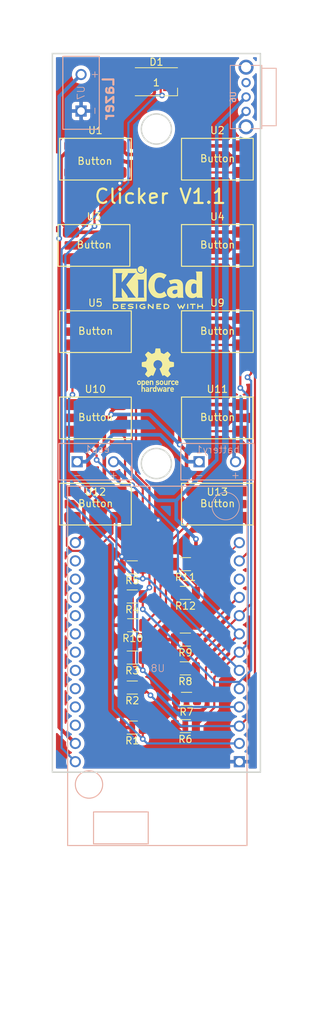
<source format=kicad_pcb>
(kicad_pcb
	(version 20240108)
	(generator "pcbnew")
	(generator_version "8.0")
	(general
		(thickness 1.6)
		(legacy_teardrops no)
	)
	(paper "A4")
	(layers
		(0 "F.Cu" signal)
		(31 "B.Cu" signal)
		(32 "B.Adhes" user "B.Adhesive")
		(33 "F.Adhes" user "F.Adhesive")
		(34 "B.Paste" user)
		(35 "F.Paste" user)
		(36 "B.SilkS" user "B.Silkscreen")
		(37 "F.SilkS" user "F.Silkscreen")
		(38 "B.Mask" user)
		(39 "F.Mask" user)
		(40 "Dwgs.User" user "User.Drawings")
		(41 "Cmts.User" user "User.Comments")
		(42 "Eco1.User" user "User.Eco1")
		(43 "Eco2.User" user "User.Eco2")
		(44 "Edge.Cuts" user)
		(45 "Margin" user)
		(46 "B.CrtYd" user "B.Courtyard")
		(47 "F.CrtYd" user "F.Courtyard")
		(48 "B.Fab" user)
		(49 "F.Fab" user)
		(50 "User.1" user)
		(51 "User.2" user)
		(52 "User.3" user)
		(53 "User.4" user)
		(54 "User.5" user)
		(55 "User.6" user)
		(56 "User.7" user)
		(57 "User.8" user)
		(58 "User.9" user)
	)
	(setup
		(pad_to_mask_clearance 0)
		(allow_soldermask_bridges_in_footprints no)
		(pcbplotparams
			(layerselection 0x00010fc_ffffffff)
			(plot_on_all_layers_selection 0x0000000_00000000)
			(disableapertmacros no)
			(usegerberextensions no)
			(usegerberattributes yes)
			(usegerberadvancedattributes yes)
			(creategerberjobfile yes)
			(dashed_line_dash_ratio 12.000000)
			(dashed_line_gap_ratio 3.000000)
			(svgprecision 4)
			(plotframeref no)
			(viasonmask no)
			(mode 1)
			(useauxorigin no)
			(hpglpennumber 1)
			(hpglpenspeed 20)
			(hpglpendiameter 15.000000)
			(pdf_front_fp_property_popups yes)
			(pdf_back_fp_property_popups yes)
			(dxfpolygonmode yes)
			(dxfimperialunits yes)
			(dxfusepcbnewfont yes)
			(psnegative no)
			(psa4output no)
			(plotreference yes)
			(plotvalue yes)
			(plotfptext yes)
			(plotinvisibletext no)
			(sketchpadsonfab no)
			(subtractmaskfromsilk no)
			(outputformat 1)
			(mirror no)
			(drillshape 0)
			(scaleselection 1)
			(outputdirectory "clicker-gerber/")
		)
	)
	(net 0 "")
	(net 1 "GND")
	(net 2 "+3.3V")
	(net 3 "RGB_D")
	(net 4 "B1")
	(net 5 "B2")
	(net 6 "B3")
	(net 7 "B4")
	(net 8 "B5")
	(net 9 "B6")
	(net 10 "B7")
	(net 11 "B8")
	(net 12 "B9")
	(net 13 "B10")
	(net 14 "/battery_gnd")
	(net 15 "/Switch_gnd")
	(net 16 "/BtoSwitch")
	(net 17 "unconnected-(U6-Pad1)")
	(net 18 "/lazer power")
	(net 19 "unconnected-(U8-GPIO18-Pad18)")
	(net 20 "unconnected-(U8-GPIO19-Pad19)")
	(net 21 "unconnected-(U8-GPIO23-Pad23)")
	(net 22 "unconnected-(U8-GPIO16-PadRX)")
	(net 23 "unconnected-(U8-GPIO17-PadTX)")
	(net 24 "unconnected-(U8-GPIO05-Pad5)")
	(net 25 "unconnected-(U8-GPIO02-Pad2)")
	(net 26 "unconnected-(U8-GPIO22-Padled)")
	(net 27 "unconnected-(U8-GPIO00-Pad0)")
	(net 28 "unconnected-(U8-GPIO04-Pad4)")
	(net 29 "unconnected-(U8-RESET-PadEN)")
	(net 30 "Net-(U8-GPIO36)")
	(net 31 "unconnected-(D1-DOUT-Pad1)")
	(footprint "Resistor_SMD:R_1206_3216Metric" (layer "F.Cu") (at 49 105.5 180))
	(footprint "Symbol:KiCad-Logo2_5mm_SilkScreen" (layer "F.Cu") (at 52.5 58.5))
	(footprint "button:TWS4417-250AT" (layer "F.Cu") (at 43.6 52.65))
	(footprint "Resistor_SMD:R_1206_3216Metric" (layer "F.Cu") (at 56.3375 107.5 180))
	(footprint "Resistor_SMD:R_1206_3216Metric" (layer "F.Cu") (at 48.9375 97.45 180))
	(footprint "Symbol:OSHW-Logo_5.7x6mm_SilkScreen" (layer "F.Cu") (at 52.5 70))
	(footprint "button:TWS4417-250AT" (layer "F.Cu") (at 60.8 52.65))
	(footprint "Resistor_SMD:R_1206_3216Metric" (layer "F.Cu") (at 48.9375 101.5 180))
	(footprint "Resistor_SMD:R_1206_3216Metric" (layer "F.Cu") (at 56.5 115.75 180))
	(footprint "Resistor_SMD:R_1206_3216Metric" (layer "F.Cu") (at 48.9375 119.7433 180))
	(footprint "Resistor_SMD:R_1206_3216Metric" (layer "F.Cu") (at 56.3375 119.5433 180))
	(footprint "button:TWS4417-250AT" (layer "F.Cu") (at 60.8 88.65))
	(footprint "Resistor_SMD:R_1206_3216Metric" (layer "F.Cu") (at 56.35 97 180))
	(footprint "LED_SMD:LED_SK6812MINI_PLCC4_3.5x3.5mm_P1.75mm" (layer "F.Cu") (at 52.3 29.875))
	(footprint "button:TWS4417-250AT" (layer "F.Cu") (at 60.8 76.65))
	(footprint "button:TWS4417-250AT" (layer "F.Cu") (at 43.8 88.65))
	(footprint "Resistor_SMD:R_1206_3216Metric" (layer "F.Cu") (at 48.9375 110 180))
	(footprint "Resistor_SMD:R_1206_3216Metric" (layer "F.Cu") (at 56.35 101 180))
	(footprint "button:TWS4417-250AT" (layer "F.Cu") (at 43.8 76.65))
	(footprint "button:TWS4417-250AT" (layer "F.Cu") (at 43.8 64.65))
	(footprint "Resistor_SMD:R_1206_3216Metric" (layer "F.Cu") (at 48.9375 114.17 180))
	(footprint "button:TWS4417-250AT" (layer "F.Cu") (at 43.8 40.65))
	(footprint "button:TWS4417-250AT" (layer "F.Cu") (at 60.8 40.65))
	(footprint "button:TWS4417-250AT" (layer "F.Cu") (at 60.8 64.65))
	(footprint "Resistor_SMD:R_1206_3216Metric" (layer "F.Cu") (at 56.3375 111.5 180))
	(footprint "footprints_clicker_library:SK12D07VG4" (layer "B.Cu") (at 64.8 32 -90))
	(footprint "clicker:Standard_connector" (layer "B.Cu") (at 43.79 82.75 180))
	(footprint "clicker:Standard_connector" (layer "B.Cu") (at 60.79 82.75 180))
	(footprint "clicker:ESP32_withBMS" (layer "B.Cu") (at 52.43 111.155 180))
	(footprint "clicker:Standard_connector"
		(layer "B.Cu")
		(uuid "fee800d7-6aa5-4058-9124-be83cfd45937")
		(at 41.8 31.41 -90)
		(property "Reference" "U7"
			(at 0 0 90)
			(unlocked yes)
			(layer "B.SilkS")
			(uuid "d6c2aecf-d132-400f-9ab6-bbb4fdb5de3f")
			(effects
				(font
					(size 1 1)
					(thickness 0.1)
				)
				(justify mirror)
			)
		)
		(property "Value" "~"
			(at 0 -1 90)
			(unlocked yes)
			(layer "B.Fab")
			(uuid "ce8fabd1-6b44-41b8-b655-57c0a10ee74b")
			(effects
				(font
					(size 1 1)
					(thickness 0.15)
				)
				(justify mirror)
			)
		)
		(property "Footprint" "clicker:Standard_connector"
			(at 0 7.58 90)
			(unlocked yes)
			(layer "B.Fab")
			(hide yes)
			(uuid "59b6f58c-dc1a-44e9-9a81-3e461727fbd6")
			(effects
				(font
					(size 1 1)
					(thickness 0.15)
				)
				(justify mirror)
			)
		)
		(property "Datasheet" ""
			(at 0 7.58 90)
			(unlocked yes)
			(layer "B.Fab")
			(hide yes)
			(uuid "aee76a50-7ef7-4b63-816b-006b9e83af65")
			(effects
				(font
					(size 1 1)
					(thickness 0.15)
				)
				(justify mirror)
			)
		)
		(property "Description" ""
			(at 0 7.58 90)
			(unlocked yes)
			(layer "B.Fab")
			(hide yes)
			(uuid "5acecc0f-4ea5-4941-8fdc
... [269800 chars truncated]
</source>
